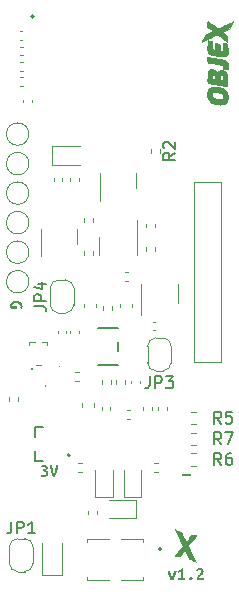
<source format=gto>
%TF.GenerationSoftware,KiCad,Pcbnew,7.0.1*%
%TF.CreationDate,2023-04-06T09:57:02+02:00*%
%TF.ProjectId,OBJEX-DoorSensor_v1.2,4f424a45-582d-4446-9f6f-7253656e736f,1.2*%
%TF.SameCoordinates,Original*%
%TF.FileFunction,Legend,Top*%
%TF.FilePolarity,Positive*%
%FSLAX46Y46*%
G04 Gerber Fmt 4.6, Leading zero omitted, Abs format (unit mm)*
G04 Created by KiCad (PCBNEW 7.0.1) date 2023-04-06 09:57:02*
%MOMM*%
%LPD*%
G01*
G04 APERTURE LIST*
%ADD10C,0.150000*%
%ADD11C,0.100000*%
%ADD12C,0.120000*%
%ADD13C,0.152400*%
%ADD14C,0.200000*%
%ADD15C,0.127000*%
%ADD16C,0.010000*%
G04 APERTURE END LIST*
D10*
%TO.C,R5*%
X153733333Y-111262619D02*
X153400000Y-110786428D01*
X153161905Y-111262619D02*
X153161905Y-110262619D01*
X153161905Y-110262619D02*
X153542857Y-110262619D01*
X153542857Y-110262619D02*
X153638095Y-110310238D01*
X153638095Y-110310238D02*
X153685714Y-110357857D01*
X153685714Y-110357857D02*
X153733333Y-110453095D01*
X153733333Y-110453095D02*
X153733333Y-110595952D01*
X153733333Y-110595952D02*
X153685714Y-110691190D01*
X153685714Y-110691190D02*
X153638095Y-110738809D01*
X153638095Y-110738809D02*
X153542857Y-110786428D01*
X153542857Y-110786428D02*
X153161905Y-110786428D01*
X154638095Y-110262619D02*
X154161905Y-110262619D01*
X154161905Y-110262619D02*
X154114286Y-110738809D01*
X154114286Y-110738809D02*
X154161905Y-110691190D01*
X154161905Y-110691190D02*
X154257143Y-110643571D01*
X154257143Y-110643571D02*
X154495238Y-110643571D01*
X154495238Y-110643571D02*
X154590476Y-110691190D01*
X154590476Y-110691190D02*
X154638095Y-110738809D01*
X154638095Y-110738809D02*
X154685714Y-110834047D01*
X154685714Y-110834047D02*
X154685714Y-111072142D01*
X154685714Y-111072142D02*
X154638095Y-111167380D01*
X154638095Y-111167380D02*
X154590476Y-111215000D01*
X154590476Y-111215000D02*
X154495238Y-111262619D01*
X154495238Y-111262619D02*
X154257143Y-111262619D01*
X154257143Y-111262619D02*
X154161905Y-111215000D01*
X154161905Y-111215000D02*
X154114286Y-111167380D01*
%TO.C,JP4*%
X137912619Y-101333333D02*
X138626904Y-101333333D01*
X138626904Y-101333333D02*
X138769761Y-101380952D01*
X138769761Y-101380952D02*
X138865000Y-101476190D01*
X138865000Y-101476190D02*
X138912619Y-101619047D01*
X138912619Y-101619047D02*
X138912619Y-101714285D01*
X138912619Y-100857142D02*
X137912619Y-100857142D01*
X137912619Y-100857142D02*
X137912619Y-100476190D01*
X137912619Y-100476190D02*
X137960238Y-100380952D01*
X137960238Y-100380952D02*
X138007857Y-100333333D01*
X138007857Y-100333333D02*
X138103095Y-100285714D01*
X138103095Y-100285714D02*
X138245952Y-100285714D01*
X138245952Y-100285714D02*
X138341190Y-100333333D01*
X138341190Y-100333333D02*
X138388809Y-100380952D01*
X138388809Y-100380952D02*
X138436428Y-100476190D01*
X138436428Y-100476190D02*
X138436428Y-100857142D01*
X138245952Y-99428571D02*
X138912619Y-99428571D01*
X137865000Y-99666666D02*
X138579285Y-99904761D01*
X138579285Y-99904761D02*
X138579285Y-99285714D01*
%TO.C,JP3*%
X147666666Y-107262619D02*
X147666666Y-107976904D01*
X147666666Y-107976904D02*
X147619047Y-108119761D01*
X147619047Y-108119761D02*
X147523809Y-108215000D01*
X147523809Y-108215000D02*
X147380952Y-108262619D01*
X147380952Y-108262619D02*
X147285714Y-108262619D01*
X148142857Y-108262619D02*
X148142857Y-107262619D01*
X148142857Y-107262619D02*
X148523809Y-107262619D01*
X148523809Y-107262619D02*
X148619047Y-107310238D01*
X148619047Y-107310238D02*
X148666666Y-107357857D01*
X148666666Y-107357857D02*
X148714285Y-107453095D01*
X148714285Y-107453095D02*
X148714285Y-107595952D01*
X148714285Y-107595952D02*
X148666666Y-107691190D01*
X148666666Y-107691190D02*
X148619047Y-107738809D01*
X148619047Y-107738809D02*
X148523809Y-107786428D01*
X148523809Y-107786428D02*
X148142857Y-107786428D01*
X149047619Y-107262619D02*
X149666666Y-107262619D01*
X149666666Y-107262619D02*
X149333333Y-107643571D01*
X149333333Y-107643571D02*
X149476190Y-107643571D01*
X149476190Y-107643571D02*
X149571428Y-107691190D01*
X149571428Y-107691190D02*
X149619047Y-107738809D01*
X149619047Y-107738809D02*
X149666666Y-107834047D01*
X149666666Y-107834047D02*
X149666666Y-108072142D01*
X149666666Y-108072142D02*
X149619047Y-108167380D01*
X149619047Y-108167380D02*
X149571428Y-108215000D01*
X149571428Y-108215000D02*
X149476190Y-108262619D01*
X149476190Y-108262619D02*
X149190476Y-108262619D01*
X149190476Y-108262619D02*
X149095238Y-108215000D01*
X149095238Y-108215000D02*
X149047619Y-108167380D01*
%TO.C,R2*%
X149832619Y-88341666D02*
X149356428Y-88674999D01*
X149832619Y-88913094D02*
X148832619Y-88913094D01*
X148832619Y-88913094D02*
X148832619Y-88532142D01*
X148832619Y-88532142D02*
X148880238Y-88436904D01*
X148880238Y-88436904D02*
X148927857Y-88389285D01*
X148927857Y-88389285D02*
X149023095Y-88341666D01*
X149023095Y-88341666D02*
X149165952Y-88341666D01*
X149165952Y-88341666D02*
X149261190Y-88389285D01*
X149261190Y-88389285D02*
X149308809Y-88436904D01*
X149308809Y-88436904D02*
X149356428Y-88532142D01*
X149356428Y-88532142D02*
X149356428Y-88913094D01*
X148927857Y-87960713D02*
X148880238Y-87913094D01*
X148880238Y-87913094D02*
X148832619Y-87817856D01*
X148832619Y-87817856D02*
X148832619Y-87579761D01*
X148832619Y-87579761D02*
X148880238Y-87484523D01*
X148880238Y-87484523D02*
X148927857Y-87436904D01*
X148927857Y-87436904D02*
X149023095Y-87389285D01*
X149023095Y-87389285D02*
X149118333Y-87389285D01*
X149118333Y-87389285D02*
X149261190Y-87436904D01*
X149261190Y-87436904D02*
X149832619Y-88008332D01*
X149832619Y-88008332D02*
X149832619Y-87389285D01*
%TO.C,JP1*%
X135966666Y-119562619D02*
X135966666Y-120276904D01*
X135966666Y-120276904D02*
X135919047Y-120419761D01*
X135919047Y-120419761D02*
X135823809Y-120515000D01*
X135823809Y-120515000D02*
X135680952Y-120562619D01*
X135680952Y-120562619D02*
X135585714Y-120562619D01*
X136442857Y-120562619D02*
X136442857Y-119562619D01*
X136442857Y-119562619D02*
X136823809Y-119562619D01*
X136823809Y-119562619D02*
X136919047Y-119610238D01*
X136919047Y-119610238D02*
X136966666Y-119657857D01*
X136966666Y-119657857D02*
X137014285Y-119753095D01*
X137014285Y-119753095D02*
X137014285Y-119895952D01*
X137014285Y-119895952D02*
X136966666Y-119991190D01*
X136966666Y-119991190D02*
X136919047Y-120038809D01*
X136919047Y-120038809D02*
X136823809Y-120086428D01*
X136823809Y-120086428D02*
X136442857Y-120086428D01*
X137966666Y-120562619D02*
X137395238Y-120562619D01*
X137680952Y-120562619D02*
X137680952Y-119562619D01*
X137680952Y-119562619D02*
X137585714Y-119705476D01*
X137585714Y-119705476D02*
X137490476Y-119800714D01*
X137490476Y-119800714D02*
X137395238Y-119848333D01*
%TO.C,R6*%
X153733333Y-114762619D02*
X153400000Y-114286428D01*
X153161905Y-114762619D02*
X153161905Y-113762619D01*
X153161905Y-113762619D02*
X153542857Y-113762619D01*
X153542857Y-113762619D02*
X153638095Y-113810238D01*
X153638095Y-113810238D02*
X153685714Y-113857857D01*
X153685714Y-113857857D02*
X153733333Y-113953095D01*
X153733333Y-113953095D02*
X153733333Y-114095952D01*
X153733333Y-114095952D02*
X153685714Y-114191190D01*
X153685714Y-114191190D02*
X153638095Y-114238809D01*
X153638095Y-114238809D02*
X153542857Y-114286428D01*
X153542857Y-114286428D02*
X153161905Y-114286428D01*
X154590476Y-113762619D02*
X154400000Y-113762619D01*
X154400000Y-113762619D02*
X154304762Y-113810238D01*
X154304762Y-113810238D02*
X154257143Y-113857857D01*
X154257143Y-113857857D02*
X154161905Y-114000714D01*
X154161905Y-114000714D02*
X154114286Y-114191190D01*
X154114286Y-114191190D02*
X154114286Y-114572142D01*
X154114286Y-114572142D02*
X154161905Y-114667380D01*
X154161905Y-114667380D02*
X154209524Y-114715000D01*
X154209524Y-114715000D02*
X154304762Y-114762619D01*
X154304762Y-114762619D02*
X154495238Y-114762619D01*
X154495238Y-114762619D02*
X154590476Y-114715000D01*
X154590476Y-114715000D02*
X154638095Y-114667380D01*
X154638095Y-114667380D02*
X154685714Y-114572142D01*
X154685714Y-114572142D02*
X154685714Y-114334047D01*
X154685714Y-114334047D02*
X154638095Y-114238809D01*
X154638095Y-114238809D02*
X154590476Y-114191190D01*
X154590476Y-114191190D02*
X154495238Y-114143571D01*
X154495238Y-114143571D02*
X154304762Y-114143571D01*
X154304762Y-114143571D02*
X154209524Y-114191190D01*
X154209524Y-114191190D02*
X154161905Y-114238809D01*
X154161905Y-114238809D02*
X154114286Y-114334047D01*
%TO.C,R7*%
X153733333Y-113012619D02*
X153400000Y-112536428D01*
X153161905Y-113012619D02*
X153161905Y-112012619D01*
X153161905Y-112012619D02*
X153542857Y-112012619D01*
X153542857Y-112012619D02*
X153638095Y-112060238D01*
X153638095Y-112060238D02*
X153685714Y-112107857D01*
X153685714Y-112107857D02*
X153733333Y-112203095D01*
X153733333Y-112203095D02*
X153733333Y-112345952D01*
X153733333Y-112345952D02*
X153685714Y-112441190D01*
X153685714Y-112441190D02*
X153638095Y-112488809D01*
X153638095Y-112488809D02*
X153542857Y-112536428D01*
X153542857Y-112536428D02*
X153161905Y-112536428D01*
X154066667Y-112012619D02*
X154733333Y-112012619D01*
X154733333Y-112012619D02*
X154304762Y-113012619D01*
D11*
%TO.C,Q6*%
X137500000Y-104325000D02*
X137500000Y-104625000D01*
X137650000Y-106625000D02*
X137650000Y-106625000D01*
X137750000Y-106625000D02*
X137750000Y-106625000D01*
X137950000Y-104325000D02*
X137500000Y-104325000D01*
X138050000Y-106325000D02*
X138450000Y-106325000D01*
X138550000Y-104325000D02*
X139000000Y-104325000D01*
X139000000Y-104325000D02*
X139000000Y-104625000D01*
X137750000Y-106625000D02*
G75*
G03*
X137650000Y-106625000I-50000J0D01*
G01*
X137650000Y-106625000D02*
G75*
G03*
X137750000Y-106625000I50000J0D01*
G01*
D12*
%TO.C,R5*%
X151162742Y-110277500D02*
X151637258Y-110277500D01*
X151162742Y-111322500D02*
X151637258Y-111322500D01*
%TO.C,R15*%
X148130000Y-96346359D02*
X148130000Y-96653641D01*
X147370000Y-96346359D02*
X147370000Y-96653641D01*
%TO.C,R1*%
X136666359Y-81920000D02*
X136973641Y-81920000D01*
X136666359Y-82680000D02*
X136973641Y-82680000D01*
D11*
%TO.C,Q3*%
X138825000Y-108070000D02*
X138825000Y-108070000D01*
X138825000Y-107970000D02*
X138825000Y-107970000D01*
X138825000Y-107970000D02*
G75*
G03*
X138825000Y-108070000I0J-50000D01*
G01*
X138825000Y-108070000D02*
G75*
G03*
X138825000Y-107970000I0J50000D01*
G01*
D12*
%TO.C,D5*%
X138550000Y-124060000D02*
X140250000Y-124060000D01*
X138550000Y-124060000D02*
X138550000Y-121400000D01*
X140250000Y-124060000D02*
X140250000Y-121400000D01*
%TO.C,Q4*%
X143440000Y-90700000D02*
X143440000Y-92375000D01*
X143440000Y-90700000D02*
X143440000Y-90050000D01*
X146560000Y-90700000D02*
X146560000Y-91350000D01*
X146560000Y-90700000D02*
X146560000Y-90050000D01*
%TO.C,D2*%
X143065000Y-117485000D02*
X144535000Y-117485000D01*
X144535000Y-117485000D02*
X144535000Y-115200000D01*
X143065000Y-115200000D02*
X143065000Y-117485000D01*
%TO.C,R13*%
X144380000Y-107606359D02*
X144380000Y-107913641D01*
X143620000Y-107606359D02*
X143620000Y-107913641D01*
%TO.C,C12*%
X143640000Y-110107836D02*
X143640000Y-109892164D01*
X144360000Y-110107836D02*
X144360000Y-109892164D01*
%TO.C,TP5*%
X137450000Y-91750000D02*
G75*
G03*
X137450000Y-91750000I-950000J0D01*
G01*
D13*
%TO.C,U2*%
X143279400Y-106324800D02*
X145006600Y-106324800D01*
X145006600Y-103175200D02*
X143279400Y-103175200D01*
X145006600Y-105105600D02*
X145006600Y-104394400D01*
D12*
%TO.C,Q5*%
X138440000Y-95400000D02*
X138440000Y-97075000D01*
X138440000Y-95400000D02*
X138440000Y-94750000D01*
X141560000Y-95400000D02*
X141560000Y-96050000D01*
X141560000Y-95400000D02*
X141560000Y-94750000D01*
%TO.C,C15*%
X147924027Y-102651410D02*
X148139699Y-102651410D01*
X147924027Y-103371410D02*
X148139699Y-103371410D01*
%TO.C,JP4*%
X140550000Y-101900000D02*
X139950000Y-101900000D01*
X139250000Y-101200000D02*
X139250000Y-99800000D01*
X141250000Y-99800000D02*
X141250000Y-101200000D01*
X139950000Y-99100000D02*
X140550000Y-99100000D01*
X139250000Y-101200000D02*
G75*
G03*
X139950000Y-101900000I699999J-1D01*
G01*
X140550000Y-101900000D02*
G75*
G03*
X141250000Y-101200000I1J699999D01*
G01*
X139950000Y-99100000D02*
G75*
G03*
X139250000Y-99800000I0J-700000D01*
G01*
X141250000Y-99800000D02*
G75*
G03*
X140550000Y-99100000I-700000J0D01*
G01*
%TO.C,C14*%
X145837836Y-99160000D02*
X145622164Y-99160000D01*
X145837836Y-98440000D02*
X145622164Y-98440000D01*
%TO.C,C3*%
X141660000Y-90467164D02*
X141660000Y-90682836D01*
X140940000Y-90467164D02*
X140940000Y-90682836D01*
%TO.C,JP3*%
X148800000Y-106800000D02*
X148200000Y-106800000D01*
X147500000Y-106100000D02*
X147500000Y-104700000D01*
X149500000Y-104700000D02*
X149500000Y-106100000D01*
X148200000Y-104000000D02*
X148800000Y-104000000D01*
X147500000Y-106100000D02*
G75*
G03*
X148200000Y-106800000I699999J-1D01*
G01*
X148800000Y-106800000D02*
G75*
G03*
X149500000Y-106100000I1J699999D01*
G01*
X148200000Y-104000000D02*
G75*
G03*
X147500000Y-104700000I0J-700000D01*
G01*
X149500000Y-104700000D02*
G75*
G03*
X148800000Y-104000000I-700000J0D01*
G01*
%TO.C,R20*%
X141953641Y-115380000D02*
X141646359Y-115380000D01*
X141953641Y-114620000D02*
X141646359Y-114620000D01*
%TO.C,R4*%
X143763000Y-101653641D02*
X143763000Y-101346359D01*
X144523000Y-101653641D02*
X144523000Y-101346359D01*
%TO.C,G\u002A\u002A\u002A*%
G36*
X149792670Y-120131781D02*
G01*
X149815794Y-120147559D01*
X149832866Y-120160716D01*
X149881051Y-120196802D01*
X149940095Y-120237384D01*
X150003232Y-120278147D01*
X150063696Y-120314776D01*
X150114718Y-120342959D01*
X150131805Y-120351286D01*
X150169847Y-120367036D01*
X150222350Y-120386617D01*
X150280797Y-120406914D01*
X150311862Y-120417086D01*
X150431900Y-120455425D01*
X150620436Y-120825526D01*
X150664995Y-120912709D01*
X150706408Y-120993189D01*
X150743349Y-121064430D01*
X150774493Y-121123900D01*
X150798516Y-121169066D01*
X150814091Y-121197395D01*
X150819601Y-121206255D01*
X150829131Y-121199713D01*
X150850498Y-121175167D01*
X150882209Y-121134581D01*
X150922772Y-121079917D01*
X150970695Y-121013140D01*
X151021188Y-120940981D01*
X151212146Y-120665079D01*
X151759952Y-120663705D01*
X151736387Y-120696716D01*
X151724440Y-120712743D01*
X151699413Y-120745774D01*
X151662857Y-120793779D01*
X151616322Y-120854727D01*
X151561361Y-120926589D01*
X151499525Y-121007334D01*
X151432364Y-121094934D01*
X151364854Y-121182898D01*
X151016887Y-121636071D01*
X151357831Y-122358030D01*
X151415881Y-122481111D01*
X151470713Y-122597679D01*
X151521494Y-122705943D01*
X151567390Y-122804110D01*
X151607568Y-122890389D01*
X151641195Y-122962988D01*
X151667437Y-123020116D01*
X151685461Y-123059980D01*
X151694433Y-123080790D01*
X151695284Y-123083481D01*
X151684607Y-123078633D01*
X151658710Y-123062755D01*
X151622008Y-123038630D01*
X151596014Y-123020924D01*
X151466558Y-122941199D01*
X151322007Y-122869047D01*
X151171054Y-122808792D01*
X151165445Y-122806842D01*
X151115229Y-122788893D01*
X151073497Y-122772878D01*
X151045510Y-122760879D01*
X151036838Y-122755911D01*
X151029433Y-122743047D01*
X151013015Y-122711138D01*
X150988881Y-122662820D01*
X150958332Y-122600728D01*
X150922668Y-122527497D01*
X150883187Y-122445762D01*
X150857415Y-122392082D01*
X150816229Y-122306395D01*
X150778066Y-122227570D01*
X150744227Y-122158242D01*
X150716007Y-122101050D01*
X150694706Y-122058631D01*
X150681621Y-122033620D01*
X150678208Y-122028017D01*
X150669020Y-122034704D01*
X150647976Y-122058671D01*
X150616952Y-122097506D01*
X150577822Y-122148796D01*
X150532462Y-122210130D01*
X150482748Y-122279095D01*
X150479899Y-122283098D01*
X150291260Y-122548299D01*
X150021473Y-122548299D01*
X149932711Y-122547811D01*
X149859788Y-122546404D01*
X149804672Y-122544162D01*
X149769331Y-122541170D01*
X149755735Y-122537510D01*
X149755687Y-122536924D01*
X149763610Y-122525427D01*
X149784798Y-122496822D01*
X149817818Y-122452987D01*
X149861243Y-122395800D01*
X149913641Y-122327137D01*
X149973582Y-122248877D01*
X150039638Y-122162897D01*
X150110376Y-122071075D01*
X150117743Y-122061528D01*
X150475797Y-121597507D01*
X150451586Y-121541735D01*
X150442162Y-121521152D01*
X150423309Y-121480967D01*
X150395999Y-121423219D01*
X150361200Y-121349944D01*
X150319884Y-121263179D01*
X150273020Y-121164963D01*
X150221579Y-121057332D01*
X150166531Y-120942324D01*
X150108847Y-120821977D01*
X150102513Y-120808772D01*
X150045540Y-120689809D01*
X149991878Y-120577370D01*
X149942395Y-120473300D01*
X149897959Y-120379443D01*
X149859438Y-120297644D01*
X149827701Y-120229748D01*
X149803615Y-120177600D01*
X149788049Y-120143043D01*
X149781871Y-120127924D01*
X149781829Y-120127402D01*
X149792670Y-120131781D01*
G37*
%TO.C,U8*%
X146940000Y-100250000D02*
X146940000Y-102050000D01*
X146940000Y-100250000D02*
X146940000Y-99450000D01*
X150060000Y-100250000D02*
X150060000Y-101050000D01*
X150060000Y-100250000D02*
X150060000Y-99450000D01*
%TO.C,Y1*%
X139400000Y-87775000D02*
X139400000Y-89375000D01*
X139400000Y-89375000D02*
X141800000Y-89375000D01*
X141800000Y-87775000D02*
X139400000Y-87775000D01*
%TO.C,C8*%
X141909175Y-109838487D02*
X141909175Y-109557327D01*
X142929175Y-109838487D02*
X142929175Y-109557327D01*
%TO.C,kibuzzard-64258E65*%
G36*
X136518070Y-100861466D02*
G01*
X136621456Y-100886469D01*
X136709761Y-100925759D01*
X136782588Y-100976956D01*
X136839539Y-101039266D01*
X136880219Y-101111894D01*
X136904627Y-101192459D01*
X136912763Y-101278581D01*
X136904031Y-101380975D01*
X136884188Y-101459556D01*
X136860375Y-101514325D01*
X136841325Y-101546869D01*
X136685750Y-101496069D01*
X136725438Y-101410344D01*
X136742900Y-101305569D01*
X136717500Y-101188094D01*
X136646856Y-101109512D01*
X136538906Y-101065062D01*
X136472827Y-101054942D01*
X136400000Y-101051569D01*
X136292844Y-101057742D01*
X136206325Y-101076263D01*
X136140444Y-101107131D01*
X136077936Y-101175791D01*
X136057100Y-101270644D01*
X136058688Y-101308744D01*
X136063450Y-101346844D01*
X136422225Y-101346844D01*
X136422225Y-101542106D01*
X135931688Y-101542106D01*
X135903113Y-101433362D01*
X135891206Y-101351805D01*
X135887238Y-101254769D01*
X135895373Y-101167258D01*
X135919781Y-101088875D01*
X135960263Y-101020414D01*
X136016619Y-100962669D01*
X136088850Y-100916234D01*
X136176956Y-100881706D01*
X136280739Y-100860275D01*
X136400000Y-100853131D01*
X136518070Y-100861466D01*
G37*
%TO.C,C6*%
X142133000Y-101390580D02*
X142133000Y-101109420D01*
X143153000Y-101390580D02*
X143153000Y-101109420D01*
%TO.C,R10*%
X146037062Y-110858933D02*
X145729780Y-110858933D01*
X146037062Y-110098933D02*
X145729780Y-110098933D01*
%TO.C,kibuzzard-642BF0F2*%
G36*
X151265938Y-124265113D02*
G01*
X151308800Y-124368300D01*
X151265938Y-124474662D01*
X151167513Y-124511175D01*
X151113537Y-124501650D01*
X151068294Y-124473869D01*
X151036544Y-124429419D01*
X151024638Y-124368300D01*
X151036544Y-124308769D01*
X151068294Y-124265113D01*
X151113537Y-124238125D01*
X151167513Y-124228600D01*
X151265938Y-124265113D01*
G37*
G36*
X150508700Y-124331787D02*
G01*
X150703962Y-124331787D01*
X150703962Y-124493712D01*
X150107063Y-124493712D01*
X150107063Y-124331787D01*
X150313438Y-124331787D01*
X150313438Y-123782512D01*
X150211837Y-123838869D01*
X150115000Y-123877762D01*
X150051500Y-123715837D01*
X150134050Y-123679325D01*
X150222950Y-123630112D01*
X150307087Y-123572962D01*
X150375350Y-123511050D01*
X150508700Y-123511050D01*
X150508700Y-124331787D01*
G37*
G36*
X149424239Y-123809897D02*
G01*
X149442694Y-123876175D01*
X149463133Y-123944636D01*
X149484762Y-124013494D01*
X149507186Y-124081558D01*
X149530006Y-124147637D01*
X149573662Y-124266700D01*
X149619700Y-124147637D01*
X149644902Y-124081558D01*
X149669706Y-124013494D01*
X149693916Y-123944636D01*
X149717331Y-123876175D01*
X149738167Y-123809897D01*
X149754637Y-123747587D01*
X149953075Y-123747587D01*
X149918845Y-123858068D01*
X149882828Y-123964083D01*
X149845026Y-124065633D01*
X149805437Y-124162719D01*
X149752521Y-124283810D01*
X149701721Y-124394141D01*
X149653037Y-124493712D01*
X149489525Y-124493712D01*
X149441635Y-124394141D01*
X149393217Y-124283810D01*
X149344269Y-124162719D01*
X149307806Y-124065633D01*
X149272236Y-123964083D01*
X149237559Y-123858068D01*
X149203775Y-123747587D01*
X149408562Y-123747587D01*
X149424239Y-123809897D01*
G37*
G36*
X152059688Y-123506287D02*
G01*
X152158113Y-123558675D01*
X152226375Y-123646781D01*
X152251775Y-123769812D01*
X152232725Y-123867444D01*
X152181925Y-123958725D01*
X152110488Y-124044450D01*
X152029525Y-124123825D01*
X151981900Y-124169069D01*
X151931100Y-124223044D01*
X151890619Y-124279400D01*
X151873950Y-124331787D01*
X152296225Y-124331787D01*
X152296225Y-124493712D01*
X151654875Y-124493712D01*
X151650906Y-124454025D01*
X151651700Y-124420688D01*
X151659042Y-124344487D01*
X151681069Y-124274637D01*
X151714406Y-124210542D01*
X151755681Y-124151606D01*
X151802512Y-124097234D01*
X151852519Y-124046831D01*
X151902525Y-123999405D01*
X151949356Y-123953962D01*
X152023969Y-123868237D01*
X152053337Y-123784100D01*
X152016825Y-123691231D01*
X151924750Y-123658687D01*
X151827913Y-123680912D01*
X151727900Y-123755525D01*
X151631062Y-123619000D01*
X151699523Y-123561056D01*
X151777906Y-123520575D01*
X151861052Y-123496762D01*
X151943800Y-123488825D01*
X152059688Y-123506287D01*
G37*
%TO.C,U6*%
X143390000Y-95500000D02*
X143390000Y-97000000D01*
X146610000Y-94000000D02*
X146610000Y-97000000D01*
%TO.C,D3*%
X146485000Y-119222500D02*
X146485000Y-117752500D01*
X146485000Y-117752500D02*
X144200000Y-117752500D01*
X144200000Y-119222500D02*
X146485000Y-119222500D01*
%TO.C,TP6*%
X137450000Y-94250000D02*
G75*
G03*
X137450000Y-94250000I-950000J0D01*
G01*
%TO.C,TP8*%
X137450000Y-99250000D02*
G75*
G03*
X137450000Y-99250000I-950000J0D01*
G01*
D14*
%TO.C,U7*%
X137850000Y-76800000D02*
G75*
G03*
X137850000Y-76800000I-100000J0D01*
G01*
D12*
%TO.C,TP7*%
X137450000Y-96750000D02*
G75*
G03*
X137450000Y-96750000I-950000J0D01*
G01*
%TO.C,R8*%
X147120000Y-110153641D02*
X147120000Y-109846359D01*
X147880000Y-110153641D02*
X147880000Y-109846359D01*
D11*
%TO.C,Q2*%
X140110000Y-106400001D02*
G75*
G03*
X140110000Y-106400001I-50000J0D01*
G01*
D12*
%TO.C,R14*%
X145630000Y-107606359D02*
X145630000Y-107913641D01*
X144870000Y-107606359D02*
X144870000Y-107913641D01*
%TO.C,R16*%
X142120000Y-94153641D02*
X142120000Y-93846359D01*
X142880000Y-94153641D02*
X142880000Y-93846359D01*
%TO.C,C4*%
X136927836Y-80060000D02*
X136712164Y-80060000D01*
X136927836Y-79340000D02*
X136712164Y-79340000D01*
D11*
%TO.C,S2*%
X142400000Y-121025000D02*
X144250000Y-121025000D01*
X142400000Y-121275000D02*
X142400000Y-121025000D01*
X142400000Y-124275000D02*
X142400000Y-124525000D01*
X142400000Y-124525000D02*
X144250000Y-124525000D01*
X145250000Y-121025000D02*
X147100000Y-121025000D01*
X145250000Y-124525000D02*
X147100000Y-124525000D01*
X147100000Y-121025000D02*
X147100000Y-121275000D01*
X147100000Y-124525000D02*
X147100000Y-124275000D01*
D14*
X148550000Y-121775000D02*
X148550000Y-121775000D01*
X148550000Y-121975000D02*
X148550000Y-121975000D01*
X148550000Y-121975000D02*
G75*
G03*
X148550000Y-121775000I0J100000D01*
G01*
X148550000Y-121775000D02*
G75*
G03*
X148550000Y-121975000I0J-100000D01*
G01*
%TO.C,kibuzzard-64258E23*%
G36*
X139415900Y-114841814D02*
G01*
X139432569Y-114936469D01*
X139452611Y-115038862D01*
X139474638Y-115144431D01*
X139498450Y-115250794D01*
X139523850Y-115355569D01*
X139549845Y-115454192D01*
X139575444Y-115542100D01*
X139600844Y-115455383D01*
X139626244Y-115357156D01*
X139650850Y-115252381D01*
X139673869Y-115146019D01*
X139695300Y-115040252D01*
X139715144Y-114937262D01*
X139732606Y-114842012D01*
X139746894Y-114759462D01*
X139951681Y-114759462D01*
X139930448Y-114860269D01*
X139904850Y-114972187D01*
X139875084Y-115092639D01*
X139841350Y-115219044D01*
X139816744Y-115305827D01*
X139790550Y-115393669D01*
X139762769Y-115482569D01*
X139733841Y-115571028D01*
X139704208Y-115657547D01*
X139673869Y-115742125D01*
X139472256Y-115742125D01*
X139432966Y-115625444D01*
X139391294Y-115494475D01*
X139363248Y-115402488D01*
X139336260Y-115310678D01*
X139310331Y-115219044D01*
X139285813Y-115129174D01*
X139263059Y-115042655D01*
X139242069Y-114959487D01*
X139215875Y-114848362D01*
X139197619Y-114759462D01*
X139403994Y-114759462D01*
X139415900Y-114841814D01*
G37*
G36*
X138816023Y-114742397D02*
G01*
X138882500Y-114757875D01*
X138983306Y-114815819D01*
X139042044Y-114903925D01*
X139061094Y-115013462D01*
X139027756Y-115126175D01*
X138938856Y-115208725D01*
X139006523Y-115248016D01*
X139057125Y-115302387D01*
X139088677Y-115370253D01*
X139099194Y-115450025D01*
X139076969Y-115575437D01*
X139008706Y-115674656D01*
X138956319Y-115711962D01*
X138891231Y-115739744D01*
X138813047Y-115757008D01*
X138721369Y-115762762D01*
X138644375Y-115757206D01*
X138566587Y-115743712D01*
X138497531Y-115726250D01*
X138448319Y-115708787D01*
X138486419Y-115545275D01*
X138580875Y-115578612D01*
X138644573Y-115591709D01*
X138719781Y-115596075D01*
X138804911Y-115585359D01*
X138860275Y-115553212D01*
X138900756Y-115446850D01*
X138885278Y-115380770D01*
X138838844Y-115338106D01*
X138768597Y-115314889D01*
X138681681Y-115307150D01*
X138621356Y-115307150D01*
X138621356Y-115145225D01*
X138694381Y-115145225D01*
X138754706Y-115138875D01*
X138808681Y-115118237D01*
X138847575Y-115080137D01*
X138862656Y-115019812D01*
X138830112Y-114934881D01*
X138740419Y-114903925D01*
X138630088Y-114922181D01*
X138535631Y-114967425D01*
X138465781Y-114824550D01*
X138579287Y-114766606D01*
X138654495Y-114744580D01*
X138738831Y-114737237D01*
X138816023Y-114742397D01*
G37*
D12*
%TO.C,C9*%
X139890000Y-103607836D02*
X139890000Y-103392164D01*
X140610000Y-103607836D02*
X140610000Y-103392164D01*
%TO.C,TP4*%
X137450000Y-89250000D02*
G75*
G03*
X137450000Y-89250000I-950000J0D01*
G01*
%TO.C,R17*%
X142120000Y-96953641D02*
X142120000Y-96646359D01*
X142880000Y-96953641D02*
X142880000Y-96646359D01*
%TO.C,D1*%
X145465000Y-117447500D02*
X146935000Y-117447500D01*
X146935000Y-117447500D02*
X146935000Y-115162500D01*
X145465000Y-115162500D02*
X145465000Y-117447500D01*
D11*
%TO.C,S1*%
X151460000Y-106020000D02*
X151460000Y-90780000D01*
X153740000Y-106020000D02*
X151460000Y-106020000D01*
X151460000Y-90780000D02*
X153740000Y-90780000D01*
X153740000Y-90780000D02*
X153740000Y-106020000D01*
D12*
%TO.C,R2*%
X148580000Y-88021359D02*
X148580000Y-88328641D01*
X147820000Y-88021359D02*
X147820000Y-88328641D01*
%TO.C,C10*%
X140940000Y-103607836D02*
X140940000Y-103392164D01*
X141660000Y-103607836D02*
X141660000Y-103392164D01*
%TO.C,R12*%
X136538584Y-109033198D02*
X136538584Y-109340480D01*
X135778584Y-109033198D02*
X135778584Y-109340480D01*
%TO.C,R21*%
X142420000Y-118953641D02*
X142420000Y-118646359D01*
X143180000Y-118953641D02*
X143180000Y-118646359D01*
%TO.C,C5*%
X136907836Y-78760000D02*
X136692164Y-78760000D01*
X136907836Y-78040000D02*
X136692164Y-78040000D01*
%TO.C,R3*%
X148046359Y-114620000D02*
X148353641Y-114620000D01*
X148046359Y-115380000D02*
X148353641Y-115380000D01*
D15*
%TO.C,Q1*%
X138620000Y-111540000D02*
X137935000Y-111540000D01*
X137935000Y-114460000D02*
X138620000Y-114460000D01*
X137935000Y-113615000D02*
X137935000Y-114460000D01*
X137935000Y-111540000D02*
X137935000Y-112385000D01*
D14*
X140931000Y-113950000D02*
G75*
G03*
X140931000Y-113950000I-100000J0D01*
G01*
D12*
%TO.C,R9*%
X149130000Y-109846359D02*
X149130000Y-110153641D01*
X148370000Y-109846359D02*
X148370000Y-110153641D01*
%TO.C,JP1*%
X136500000Y-121000000D02*
X137100000Y-121000000D01*
X137800000Y-121700000D02*
X137800000Y-123100000D01*
X135800000Y-123100000D02*
X135800000Y-121700000D01*
X137100000Y-123800000D02*
X136500000Y-123800000D01*
X137800000Y-121700000D02*
G75*
G03*
X137100000Y-121000000I-699999J1D01*
G01*
X136500000Y-121000000D02*
G75*
G03*
X135800000Y-121700000I-1J-699999D01*
G01*
X137100000Y-123800000D02*
G75*
G03*
X137800000Y-123100000I0J700000D01*
G01*
X135800000Y-123100000D02*
G75*
G03*
X136500000Y-123800000I700000J0D01*
G01*
%TO.C,C1*%
X137691838Y-83831537D02*
X137691838Y-84047209D01*
X136971838Y-83831537D02*
X136971838Y-84047209D01*
%TO.C,kibuzzard-64258E17*%
G36*
X151184175Y-115684931D02*
G01*
X150415825Y-115684931D01*
X150415825Y-115515069D01*
X151184175Y-115515069D01*
X151184175Y-115684931D01*
G37*
%TO.C,R6*%
X151162742Y-113777500D02*
X151637258Y-113777500D01*
X151162742Y-114822500D02*
X151637258Y-114822500D01*
%TO.C,R11*%
X141653641Y-107620000D02*
X141346359Y-107620000D01*
X141653641Y-106860000D02*
X141346359Y-106860000D01*
%TO.C,TP3*%
X137450000Y-86750000D02*
G75*
G03*
X137450000Y-86750000I-950000J0D01*
G01*
%TO.C,R18*%
X147370000Y-94653641D02*
X147370000Y-94346359D01*
X148130000Y-94653641D02*
X148130000Y-94346359D01*
%TO.C,C11*%
X146860000Y-107632164D02*
X146860000Y-107847836D01*
X146140000Y-107632164D02*
X146140000Y-107847836D01*
%TO.C,C7*%
X146153000Y-101109420D02*
X146153000Y-101390580D01*
X145133000Y-101109420D02*
X145133000Y-101390580D01*
%TO.C,R19*%
X136973641Y-81380000D02*
X136666359Y-81380000D01*
X136973641Y-80620000D02*
X136666359Y-80620000D01*
%TO.C,R7*%
X151162742Y-112027500D02*
X151637258Y-112027500D01*
X151162742Y-113072500D02*
X151637258Y-113072500D01*
%TO.C,C2*%
X140260000Y-90472164D02*
X140260000Y-90687836D01*
X139540000Y-90472164D02*
X139540000Y-90687836D01*
%TO.C,G\u002A\u002A\u002A*%
D16*
X153236475Y-80338071D02*
X153365685Y-80358639D01*
X153489252Y-80378667D01*
X153604528Y-80397701D01*
X153708863Y-80415286D01*
X153799610Y-80430970D01*
X153874121Y-80444299D01*
X153929748Y-80454819D01*
X153963843Y-80462077D01*
X153970178Y-80463756D01*
X154065197Y-80503676D01*
X154149318Y-80561524D01*
X154218446Y-80633518D01*
X154268492Y-80715874D01*
X154282931Y-80752936D01*
X154290081Y-80785936D01*
X154296575Y-80836180D01*
X154302202Y-80898618D01*
X154306753Y-80968196D01*
X154310018Y-81039864D01*
X154311786Y-81108570D01*
X154311849Y-81169262D01*
X154309997Y-81216888D01*
X154306018Y-81246396D01*
X154303671Y-81252160D01*
X154297456Y-81255756D01*
X154283734Y-81257080D01*
X154260080Y-81255798D01*
X154224067Y-81251576D01*
X154173267Y-81244079D01*
X154105253Y-81232973D01*
X154017598Y-81217924D01*
X153907875Y-81198597D01*
X153883836Y-81194326D01*
X153882456Y-81182300D01*
X153881779Y-81150721D01*
X153881892Y-81105428D01*
X153882183Y-81084468D01*
X153880510Y-81015226D01*
X153871054Y-80965327D01*
X153851290Y-80929265D01*
X153818692Y-80901531D01*
X153791280Y-80886279D01*
X153772637Y-80881124D01*
X153731995Y-80872573D01*
X153672454Y-80861141D01*
X153597111Y-80847348D01*
X153509066Y-80831708D01*
X153411417Y-80814739D01*
X153307262Y-80796959D01*
X153199700Y-80778884D01*
X153091830Y-80761031D01*
X152986749Y-80743917D01*
X152887557Y-80728060D01*
X152797352Y-80713975D01*
X152719232Y-80702181D01*
X152656296Y-80693194D01*
X152611642Y-80687531D01*
X152589138Y-80685700D01*
X152583051Y-80680026D01*
X152578589Y-80661160D01*
X152575553Y-80626342D01*
X152573745Y-80572809D01*
X152572967Y-80497800D01*
X152572900Y-80459549D01*
X152572900Y-80233398D01*
X153236475Y-80338071D01*
G36*
X153236475Y-80338071D02*
G01*
X153365685Y-80358639D01*
X153489252Y-80378667D01*
X153604528Y-80397701D01*
X153708863Y-80415286D01*
X153799610Y-80430970D01*
X153874121Y-80444299D01*
X153929748Y-80454819D01*
X153963843Y-80462077D01*
X153970178Y-80463756D01*
X154065197Y-80503676D01*
X154149318Y-80561524D01*
X154218446Y-80633518D01*
X154268492Y-80715874D01*
X154282931Y-80752936D01*
X154290081Y-80785936D01*
X154296575Y-80836180D01*
X154302202Y-80898618D01*
X154306753Y-80968196D01*
X154310018Y-81039864D01*
X154311786Y-81108570D01*
X154311849Y-81169262D01*
X154309997Y-81216888D01*
X154306018Y-81246396D01*
X154303671Y-81252160D01*
X154297456Y-81255756D01*
X154283734Y-81257080D01*
X154260080Y-81255798D01*
X154224067Y-81251576D01*
X154173267Y-81244079D01*
X154105253Y-81232973D01*
X154017598Y-81217924D01*
X153907875Y-81198597D01*
X153883836Y-81194326D01*
X153882456Y-81182300D01*
X153881779Y-81150721D01*
X153881892Y-81105428D01*
X153882183Y-81084468D01*
X153880510Y-81015226D01*
X153871054Y-80965327D01*
X153851290Y-80929265D01*
X153818692Y-80901531D01*
X153791280Y-80886279D01*
X153772637Y-80881124D01*
X153731995Y-80872573D01*
X153672454Y-80861141D01*
X153597111Y-80847348D01*
X153509066Y-80831708D01*
X153411417Y-80814739D01*
X153307262Y-80796959D01*
X153199700Y-80778884D01*
X153091830Y-80761031D01*
X152986749Y-80743917D01*
X152887557Y-80728060D01*
X152797352Y-80713975D01*
X152719232Y-80702181D01*
X152656296Y-80693194D01*
X152611642Y-80687531D01*
X152589138Y-80685700D01*
X152583051Y-80680026D01*
X152578589Y-80661160D01*
X152575553Y-80626342D01*
X152573745Y-80572809D01*
X152572967Y-80497800D01*
X152572900Y-80459549D01*
X152572900Y-80233398D01*
X153236475Y-80338071D01*
G37*
X153499045Y-84239030D02*
X153334051Y-84217946D01*
X153179421Y-84184104D01*
X153038109Y-84138387D01*
X152913068Y-84081678D01*
X152807252Y-84014863D01*
X152756838Y-83972749D01*
X152688703Y-83898228D01*
X152636270Y-83815073D01*
X152598446Y-83720122D01*
X152574142Y-83610209D01*
X152562266Y-83482171D01*
X152560638Y-83403500D01*
X152561854Y-83371656D01*
X152945137Y-83371656D01*
X152945238Y-83441581D01*
X152960107Y-83512328D01*
X152989738Y-83578941D01*
X153033912Y-83636247D01*
X153075398Y-83670490D01*
X153127517Y-83699830D01*
X153194029Y-83725753D01*
X153278695Y-83749745D01*
X153376097Y-83771438D01*
X153504934Y-83794121D01*
X153612441Y-83805260D01*
X153699924Y-83804828D01*
X153768692Y-83792798D01*
X153820053Y-83769143D01*
X153829474Y-83762110D01*
X153860141Y-83722654D01*
X153881185Y-83665882D01*
X153891453Y-83598427D01*
X153889791Y-83526917D01*
X153879682Y-83473350D01*
X153857361Y-83417144D01*
X153821965Y-83369159D01*
X153770950Y-83327685D01*
X153701772Y-83291012D01*
X153611885Y-83257428D01*
X153518047Y-83230231D01*
X153440601Y-83213540D01*
X153356510Y-83201686D01*
X153271225Y-83194826D01*
X153190194Y-83193115D01*
X153118867Y-83196708D01*
X153062694Y-83205762D01*
X153033489Y-83216390D01*
X152989257Y-83254104D01*
X152959808Y-83307512D01*
X152945137Y-83371656D01*
X152561854Y-83371656D01*
X152566188Y-83258127D01*
X152583284Y-83134347D01*
X152612601Y-83030801D01*
X152654815Y-82946125D01*
X152710600Y-82878958D01*
X152780631Y-82827938D01*
X152863686Y-82792308D01*
X152925135Y-82777957D01*
X153005426Y-82767074D01*
X153098200Y-82759953D01*
X153197099Y-82756890D01*
X153295764Y-82758181D01*
X153387835Y-82764120D01*
X153412819Y-82766805D01*
X153563843Y-82790731D01*
X153705505Y-82824853D01*
X153834502Y-82867937D01*
X153947529Y-82918749D01*
X154041281Y-82976057D01*
X154096306Y-83021923D01*
X154157330Y-83095962D01*
X154210124Y-83189531D01*
X154251788Y-83297322D01*
X154257802Y-83317543D01*
X154264089Y-83351356D01*
X154269975Y-83403967D01*
X154275207Y-83469682D01*
X154279533Y-83542807D01*
X154282699Y-83617647D01*
X154284453Y-83688509D01*
X154284541Y-83749700D01*
X154282710Y-83795524D01*
X154279958Y-83816250D01*
X154258244Y-83900846D01*
X154237549Y-83965837D01*
X154215378Y-84016774D01*
X154189233Y-84059210D01*
X154156617Y-84098694D01*
X154149528Y-84106273D01*
X154092436Y-84156144D01*
X154025686Y-84194068D01*
X153946031Y-84220997D01*
X153850225Y-84237884D01*
X153735023Y-84245679D01*
X153671450Y-84246470D01*
X153612441Y-84243924D01*
X153499045Y-84239030D01*
G36*
X153499045Y-84239030D02*
G01*
X153334051Y-84217946D01*
X153179421Y-84184104D01*
X153038109Y-84138387D01*
X152913068Y-84081678D01*
X152807252Y-84014863D01*
X152756838Y-83972749D01*
X152688703Y-83898228D01*
X152636270Y-83815073D01*
X152598446Y-83720122D01*
X152574142Y-83610209D01*
X152562266Y-83482171D01*
X152560638Y-83403500D01*
X152561854Y-83371656D01*
X152945137Y-83371656D01*
X152945238Y-83441581D01*
X152960107Y-83512328D01*
X152989738Y-83578941D01*
X153033912Y-83636247D01*
X153075398Y-83670490D01*
X153127517Y-83699830D01*
X153194029Y-83725753D01*
X153278695Y-83749745D01*
X153376097Y-83771438D01*
X153504934Y-83794121D01*
X153612441Y-83805260D01*
X153699924Y-83804828D01*
X153768692Y-83792798D01*
X153820053Y-83769143D01*
X153829474Y-83762110D01*
X153860141Y-83722654D01*
X153881185Y-83665882D01*
X153891453Y-83598427D01*
X153889791Y-83526917D01*
X153879682Y-83473350D01*
X153857361Y-83417144D01*
X153821965Y-83369159D01*
X153770950Y-83327685D01*
X153701772Y-83291012D01*
X153611885Y-83257428D01*
X153518047Y-83230231D01*
X153440601Y-83213540D01*
X153356510Y-83201686D01*
X153271225Y-83194826D01*
X153190194Y-83193115D01*
X153118867Y-83196708D01*
X153062694Y-83205762D01*
X153033489Y-83216390D01*
X152989257Y-83254104D01*
X152959808Y-83307512D01*
X152945137Y-83371656D01*
X152561854Y-83371656D01*
X152566188Y-83258127D01*
X152583284Y-83134347D01*
X152612601Y-83030801D01*
X152654815Y-82946125D01*
X152710600Y-82878958D01*
X152780631Y-82827938D01*
X152863686Y-82792308D01*
X152925135Y-82777957D01*
X153005426Y-82767074D01*
X153098200Y-82759953D01*
X153197099Y-82756890D01*
X153295764Y-82758181D01*
X153387835Y-82764120D01*
X153412819Y-82766805D01*
X153563843Y-82790731D01*
X153705505Y-82824853D01*
X153834502Y-82867937D01*
X153947529Y-82918749D01*
X154041281Y-82976057D01*
X154096306Y-83021923D01*
X154157330Y-83095962D01*
X154210124Y-83189531D01*
X154251788Y-83297322D01*
X154257802Y-83317543D01*
X154264089Y-83351356D01*
X154269975Y-83403967D01*
X154275207Y-83469682D01*
X154279533Y-83542807D01*
X154282699Y-83617647D01*
X154284453Y-83688509D01*
X154284541Y-83749700D01*
X154282710Y-83795524D01*
X154279958Y-83816250D01*
X154258244Y-83900846D01*
X154237549Y-83965837D01*
X154215378Y-84016774D01*
X154189233Y-84059210D01*
X154156617Y-84098694D01*
X154149528Y-84106273D01*
X154092436Y-84156144D01*
X154025686Y-84194068D01*
X153946031Y-84220997D01*
X153850225Y-84237884D01*
X153735023Y-84245679D01*
X153671450Y-84246470D01*
X153612441Y-84243924D01*
X153499045Y-84239030D01*
G37*
X152602025Y-77172568D02*
X152633167Y-77195943D01*
X152679972Y-77231419D01*
X152740209Y-77277298D01*
X152811650Y-77331879D01*
X152892063Y-77393464D01*
X152979220Y-77460354D01*
X153011497Y-77485158D01*
X153100501Y-77553526D01*
X153183537Y-77617203D01*
X153258378Y-77674487D01*
X153322796Y-77723680D01*
X153374566Y-77763082D01*
X153411459Y-77790992D01*
X153431249Y-77805713D01*
X153433747Y-77807449D01*
X153448158Y-77804068D01*
X153483802Y-77790404D01*
X153539028Y-77767195D01*
X153612184Y-77735177D01*
X153701617Y-77695084D01*
X153805675Y-77647652D01*
X153922705Y-77593619D01*
X154051056Y-77533718D01*
X154098832Y-77511275D01*
X154218712Y-77454949D01*
X154331528Y-77402098D01*
X154435226Y-77353674D01*
X154527747Y-77310631D01*
X154607036Y-77273921D01*
X154671036Y-77244497D01*
X154717692Y-77223311D01*
X154744946Y-77211317D01*
X154751411Y-77208916D01*
X154746108Y-77220118D01*
X154729448Y-77246886D01*
X154704707Y-77284021D01*
X154697308Y-77294800D01*
X154655380Y-77361890D01*
X154610094Y-77444951D01*
X154565511Y-77535661D01*
X154525692Y-77625701D01*
X154494698Y-77706748D01*
X154491249Y-77717042D01*
X154463151Y-77802734D01*
X154245100Y-77907425D01*
X154166159Y-77945356D01*
X154085261Y-77984277D01*
X154009038Y-78020996D01*
X153944118Y-78052318D01*
X153906859Y-78070336D01*
X153786669Y-78128556D01*
X154024334Y-78297528D01*
X154262000Y-78466500D01*
X154262000Y-78960230D01*
X154227075Y-78935229D01*
X154209371Y-78921991D01*
X154174015Y-78895073D01*
X154123440Y-78856345D01*
X154060079Y-78807674D01*
X153986364Y-78750930D01*
X153904728Y-78687983D01*
X153817604Y-78620701D01*
X153804800Y-78610804D01*
X153718292Y-78544185D01*
X153637862Y-78482730D01*
X153565762Y-78428123D01*
X153504244Y-78382050D01*
X153455562Y-78346195D01*
X153421968Y-78322244D01*
X153405715Y-78311882D01*
X153404750Y-78311588D01*
X153391272Y-78316992D01*
X153357004Y-78332471D01*
X153304023Y-78357043D01*
X153234403Y-78389728D01*
X153150223Y-78429544D01*
X153053559Y-78475508D01*
X152946488Y-78526640D01*
X152831085Y-78581959D01*
X152738000Y-78626719D01*
X152617922Y-78684457D01*
X152504840Y-78738678D01*
X152400793Y-78788415D01*
X152307823Y-78832699D01*
X152227968Y-78870563D01*
X152163269Y-78901038D01*
X152115767Y-78923157D01*
X152087502Y-78935951D01*
X152080120Y-78938834D01*
X152085524Y-78928208D01*
X152103195Y-78902031D01*
X152129951Y-78864912D01*
X152146644Y-78842488D01*
X152231945Y-78714805D01*
X152302279Y-78580095D01*
X152354143Y-78445437D01*
X152368889Y-78393344D01*
X152381672Y-78342537D01*
X152724936Y-78171282D01*
X152810720Y-78128257D01*
X152888668Y-78088728D01*
X152956004Y-78054135D01*
X153009953Y-78025923D01*
X153047737Y-78005532D01*
X153066582Y-77994406D01*
X153068200Y-77992908D01*
X153058201Y-77983999D01*
X153030133Y-77962821D01*
X152986881Y-77931452D01*
X152931336Y-77891971D01*
X152866384Y-77846457D01*
X152820921Y-77814920D01*
X152573642Y-77644050D01*
X152573271Y-77398826D01*
X152573470Y-77311371D01*
X152574483Y-77246708D01*
X152576481Y-77202236D01*
X152579635Y-77175353D01*
X152584117Y-77163461D01*
X152588774Y-77162994D01*
X152602025Y-77172568D01*
G36*
X152602025Y-77172568D02*
G01*
X152633167Y-77195943D01*
X152679972Y-77231419D01*
X152740209Y-77277298D01*
X152811650Y-77331879D01*
X152892063Y-77393464D01*
X152979220Y-77460354D01*
X153011497Y-77485158D01*
X153100501Y-77553526D01*
X153183537Y-77617203D01*
X153258378Y-77674487D01*
X153322796Y-77723680D01*
X153374566Y-77763082D01*
X153411459Y-77790992D01*
X153431249Y-77805713D01*
X153433747Y-77807449D01*
X153448158Y-77804068D01*
X153483802Y-77790404D01*
X153539028Y-77767195D01*
X153612184Y-77735177D01*
X153701617Y-77695084D01*
X153805675Y-77647652D01*
X153922705Y-77593619D01*
X154051056Y-77533718D01*
X154098832Y-77511275D01*
X154218712Y-77454949D01*
X154331528Y-77402098D01*
X154435226Y-77353674D01*
X154527747Y-77310631D01*
X154607036Y-77273921D01*
X154671036Y-77244497D01*
X154717692Y-77223311D01*
X154744946Y-77211317D01*
X154751411Y-77208916D01*
X154746108Y-77220118D01*
X154729448Y-77246886D01*
X154704707Y-77284021D01*
X154697308Y-77294800D01*
X154655380Y-77361890D01*
X154610094Y-77444951D01*
X154565511Y-77535661D01*
X154525692Y-77625701D01*
X154494698Y-77706748D01*
X154491249Y-77717042D01*
X154463151Y-77802734D01*
X154245100Y-77907425D01*
X154166159Y-77945356D01*
X154085261Y-77984277D01*
X154009038Y-78020996D01*
X153944118Y-78052318D01*
X153906859Y-78070336D01*
X153786669Y-78128556D01*
X154024334Y-78297528D01*
X154262000Y-78466500D01*
X154262000Y-78960230D01*
X154227075Y-78935229D01*
X154209371Y-78921991D01*
X154174015Y-78895073D01*
X154123440Y-78856345D01*
X154060079Y-78807674D01*
X153986364Y-78750930D01*
X153904728Y-78687983D01*
X153817604Y-78620701D01*
X153804800Y-78610804D01*
X153718292Y-78544185D01*
X153637862Y-78482730D01*
X153565762Y-78428123D01*
X153504244Y-78382050D01*
X153455562Y-78346195D01*
X153421968Y-78322244D01*
X153405715Y-78311882D01*
X153404750Y-78311588D01*
X153391272Y-78316992D01*
X153357004Y-78332471D01*
X153304023Y-78357043D01*
X153234403Y-78389728D01*
X153150223Y-78429544D01*
X153053559Y-78475508D01*
X152946488Y-78526640D01*
X152831085Y-78581959D01*
X152738000Y-78626719D01*
X152617922Y-78684457D01*
X152504840Y-78738678D01*
X152400793Y-78788415D01*
X152307823Y-78832699D01*
X152227968Y-78870563D01*
X152163269Y-78901038D01*
X152115767Y-78923157D01*
X152087502Y-78935951D01*
X152080120Y-78938834D01*
X152085524Y-78928208D01*
X152103195Y-78902031D01*
X152129951Y-78864912D01*
X152146644Y-78842488D01*
X152231945Y-78714805D01*
X152302279Y-78580095D01*
X152354143Y-78445437D01*
X152368889Y-78393344D01*
X152381672Y-78342537D01*
X152724936Y-78171282D01*
X152810720Y-78128257D01*
X152888668Y-78088728D01*
X152956004Y-78054135D01*
X153009953Y-78025923D01*
X153047737Y-78005532D01*
X153066582Y-77994406D01*
X153068200Y-77992908D01*
X153058201Y-77983999D01*
X153030133Y-77962821D01*
X152986881Y-77931452D01*
X152931336Y-77891971D01*
X152866384Y-77846457D01*
X152820921Y-77814920D01*
X152573642Y-77644050D01*
X152573271Y-77398826D01*
X152573470Y-77311371D01*
X152574483Y-77246708D01*
X152576481Y-77202236D01*
X152579635Y-77175353D01*
X152584117Y-77163461D01*
X152588774Y-77162994D01*
X152602025Y-77172568D01*
G37*
X152639984Y-78821813D02*
X152687367Y-78832260D01*
X152741345Y-78845855D01*
X152803389Y-78862310D01*
X152861174Y-78877609D01*
X152907485Y-78889844D01*
X152931675Y-78896208D01*
X152979300Y-78908680D01*
X152979487Y-79209815D01*
X152980061Y-79319163D01*
X152981689Y-79404896D01*
X152984456Y-79468780D01*
X152988445Y-79512582D01*
X152993742Y-79538068D01*
X152995390Y-79542005D01*
X153028415Y-79580416D01*
X153081787Y-79609035D01*
X153151659Y-79625802D01*
X153151906Y-79625835D01*
X153216562Y-79634337D01*
X153224873Y-79490094D01*
X153228412Y-79413922D01*
X153231213Y-79325584D01*
X153232908Y-79238312D01*
X153233242Y-79190275D01*
X153233984Y-79120687D01*
X153236346Y-79073585D01*
X153240623Y-79046091D01*
X153247110Y-79035327D01*
X153249175Y-79034912D01*
X153268098Y-79038239D01*
X153304745Y-79046961D01*
X153353458Y-79059517D01*
X153408578Y-79074347D01*
X153464446Y-79089889D01*
X153515406Y-79104583D01*
X153555798Y-79116869D01*
X153579964Y-79125184D01*
X153584145Y-79127313D01*
X153586652Y-79141530D01*
X153589730Y-79177402D01*
X153593153Y-79231196D01*
X153596697Y-79299181D01*
X153600134Y-79377624D01*
X153601600Y-79415700D01*
X153604791Y-79497417D01*
X153607978Y-79570148D01*
X153610970Y-79630217D01*
X153613578Y-79673948D01*
X153615613Y-79697666D01*
X153616306Y-79700844D01*
X153630175Y-79704868D01*
X153661557Y-79711295D01*
X153692849Y-79716876D01*
X153761730Y-79721244D01*
X153813646Y-79708605D01*
X153847490Y-79679325D01*
X153855696Y-79663096D01*
X153859349Y-79640964D01*
X153862561Y-79597219D01*
X153865192Y-79535645D01*
X153867100Y-79460027D01*
X153868144Y-79374151D01*
X153868300Y-79324597D01*
X153868300Y-79019247D01*
X153896875Y-79026287D01*
X153920104Y-79031706D01*
X153962142Y-79041236D01*
X154016995Y-79053526D01*
X154077850Y-79067045D01*
X154137079Y-79080642D01*
X154187007Y-79093030D01*
X154222526Y-79102878D01*
X154238529Y-79108853D01*
X154238706Y-79109007D01*
X154242278Y-79123915D01*
X154246855Y-79160139D01*
X154252152Y-79213626D01*
X154257884Y-79280327D01*
X154263766Y-79356188D01*
X154269513Y-79437160D01*
X154274840Y-79519189D01*
X154279462Y-79598225D01*
X154283094Y-79670217D01*
X154285451Y-79731111D01*
X154286248Y-79776858D01*
X154286192Y-79784000D01*
X154283963Y-79838588D01*
X154279413Y-79890084D01*
X154273536Y-79927288D01*
X154242415Y-80015116D01*
X154194427Y-80084365D01*
X154128776Y-80136126D01*
X154115950Y-80143187D01*
X154085052Y-80156999D01*
X154050489Y-80167191D01*
X154009904Y-80173637D01*
X153960941Y-80176211D01*
X153901243Y-80174786D01*
X153828454Y-80169237D01*
X153740218Y-80159437D01*
X153634179Y-80145261D01*
X153507979Y-80126583D01*
X153359264Y-80103276D01*
X153353950Y-80102427D01*
X153229893Y-80082517D01*
X153128112Y-80065892D01*
X153045783Y-80051951D01*
X152980080Y-80040093D01*
X152928179Y-80029714D01*
X152887255Y-80020214D01*
X152854483Y-80010991D01*
X152827038Y-80001442D01*
X152802096Y-79990965D01*
X152778616Y-79979836D01*
X152698936Y-79929873D01*
X152639118Y-79866987D01*
X152598102Y-79789334D01*
X152574827Y-79695072D01*
X152568421Y-79614340D01*
X152568232Y-79578170D01*
X152568834Y-79524086D01*
X152570110Y-79455833D01*
X152571941Y-79377156D01*
X152574211Y-79291801D01*
X152576801Y-79203512D01*
X152579595Y-79116034D01*
X152582474Y-79033113D01*
X152585322Y-78958494D01*
X152588021Y-78895922D01*
X152590454Y-78849141D01*
X152592502Y-78821898D01*
X152593444Y-78816562D01*
X152607001Y-78816248D01*
X152639984Y-78821813D01*
G36*
X152639984Y-78821813D02*
G01*
X152687367Y-78832260D01*
X152741345Y-78845855D01*
X152803389Y-78862310D01*
X152861174Y-78877609D01*
X152907485Y-78889844D01*
X152931675Y-78896208D01*
X152979300Y-78908680D01*
X152979487Y-79209815D01*
X152980061Y-79319163D01*
X152981689Y-79404896D01*
X152984456Y-79468780D01*
X152988445Y-79512582D01*
X152993742Y-79538068D01*
X152995390Y-79542005D01*
X153028415Y-79580416D01*
X153081787Y-79609035D01*
X153151659Y-79625802D01*
X153151906Y-79625835D01*
X153216562Y-79634337D01*
X153224873Y-79490094D01*
X153228412Y-79413922D01*
X153231213Y-79325584D01*
X153232908Y-79238312D01*
X153233242Y-79190275D01*
X153233984Y-79120687D01*
X153236346Y-79073585D01*
X153240623Y-79046091D01*
X153247110Y-79035327D01*
X153249175Y-79034912D01*
X153268098Y-79038239D01*
X153304745Y-79046961D01*
X153353458Y-79059517D01*
X153408578Y-79074347D01*
X153464446Y-79089889D01*
X153515406Y-79104583D01*
X153555798Y-79116869D01*
X153579964Y-79125184D01*
X153584145Y-79127313D01*
X153586652Y-79141530D01*
X153589730Y-79177402D01*
X153593153Y-79231196D01*
X153596697Y-79299181D01*
X153600134Y-79377624D01*
X153601600Y-79415700D01*
X153604791Y-79497417D01*
X153607978Y-79570148D01*
X153610970Y-79630217D01*
X153613578Y-79673948D01*
X153615613Y-79697666D01*
X153616306Y-79700844D01*
X153630175Y-79704868D01*
X153661557Y-79711295D01*
X153692849Y-79716876D01*
X153761730Y-79721244D01*
X153813646Y-79708605D01*
X153847490Y-79679325D01*
X153855696Y-79663096D01*
X153859349Y-79640964D01*
X153862561Y-79597219D01*
X153865192Y-79535645D01*
X153867100Y-79460027D01*
X153868144Y-79374151D01*
X153868300Y-79324597D01*
X153868300Y-79019247D01*
X153896875Y-79026287D01*
X153920104Y-79031706D01*
X153962142Y-79041236D01*
X154016995Y-79053526D01*
X154077850Y-79067045D01*
X154137079Y-79080642D01*
X154187007Y-79093030D01*
X154222526Y-79102878D01*
X154238529Y-79108853D01*
X154238706Y-79109007D01*
X154242278Y-79123915D01*
X154246855Y-79160139D01*
X154252152Y-79213626D01*
X154257884Y-79280327D01*
X154263766Y-79356188D01*
X154269513Y-79437160D01*
X154274840Y-79519189D01*
X154279462Y-79598225D01*
X154283094Y-79670217D01*
X154285451Y-79731111D01*
X154286248Y-79776858D01*
X154286192Y-79784000D01*
X154283963Y-79838588D01*
X154279413Y-79890084D01*
X154273536Y-79927288D01*
X154242415Y-80015116D01*
X154194427Y-80084365D01*
X154128776Y-80136126D01*
X154115950Y-80143187D01*
X154085052Y-80156999D01*
X154050489Y-80167191D01*
X154009904Y-80173637D01*
X153960941Y-80176211D01*
X153901243Y-80174786D01*
X153828454Y-80169237D01*
X153740218Y-80159437D01*
X153634179Y-80145261D01*
X153507979Y-80126583D01*
X153359264Y-80103276D01*
X153353950Y-80102427D01*
X153229893Y-80082517D01*
X153128112Y-80065892D01*
X153045783Y-80051951D01*
X152980080Y-80040093D01*
X152928179Y-80029714D01*
X152887255Y-80020214D01*
X152854483Y-80010991D01*
X152827038Y-80001442D01*
X152802096Y-79990965D01*
X152778616Y-79979836D01*
X152698936Y-79929873D01*
X152639118Y-79866987D01*
X152598102Y-79789334D01*
X152574827Y-79695072D01*
X152568421Y-79614340D01*
X152568232Y-79578170D01*
X152568834Y-79524086D01*
X152570110Y-79455833D01*
X152571941Y-79377156D01*
X152574211Y-79291801D01*
X152576801Y-79203512D01*
X152579595Y-79116034D01*
X152582474Y-79033113D01*
X152585322Y-78958494D01*
X152588021Y-78895922D01*
X152590454Y-78849141D01*
X152592502Y-78821898D01*
X152593444Y-78816562D01*
X152607001Y-78816248D01*
X152639984Y-78821813D01*
G37*
X153143185Y-82514067D02*
X153019029Y-82493897D01*
X152906376Y-82475676D01*
X152807367Y-82459747D01*
X152724141Y-82446456D01*
X152658838Y-82436144D01*
X152613598Y-82429157D01*
X152590561Y-82425838D01*
X152588176Y-82425606D01*
X152583743Y-82421189D01*
X152580238Y-82406518D01*
X152577603Y-82379456D01*
X152575778Y-82337869D01*
X152574702Y-82279620D01*
X152574317Y-82202573D01*
X152574434Y-82155714D01*
X153614300Y-82155714D01*
X153746843Y-82176357D01*
X153803743Y-82184938D01*
X153852519Y-82191774D01*
X153886925Y-82196021D01*
X153899243Y-82197000D01*
X153907465Y-82193785D01*
X153913098Y-82181580D01*
X153916603Y-82156544D01*
X153918442Y-82114837D01*
X153919075Y-82052620D01*
X153919100Y-82031714D01*
X153919100Y-81866427D01*
X153877683Y-81821235D01*
X153850882Y-81795145D01*
X153824621Y-81780279D01*
X153788992Y-81772309D01*
X153757982Y-81768943D01*
X153713842Y-81765868D01*
X153686320Y-81768125D01*
X153666828Y-81777897D01*
X153646998Y-81797127D01*
X153633499Y-81812859D01*
X153624339Y-81829010D01*
X153618680Y-81850637D01*
X153615680Y-81882799D01*
X153614500Y-81930555D01*
X153614300Y-81994062D01*
X153614300Y-82155714D01*
X152574434Y-82155714D01*
X152574562Y-82104594D01*
X152574894Y-82055282D01*
X152966600Y-82055282D01*
X153001525Y-82062397D01*
X153042928Y-82070070D01*
X153093398Y-82078362D01*
X153144949Y-82086092D01*
X153189597Y-82092077D01*
X153219357Y-82095134D01*
X153223775Y-82095305D01*
X153233214Y-82093009D01*
X153239548Y-82083270D01*
X153243383Y-82061954D01*
X153245321Y-82024929D01*
X153245967Y-81968061D01*
X153246000Y-81943201D01*
X153245759Y-81878578D01*
X153244375Y-81833970D01*
X153240856Y-81803992D01*
X153234209Y-81783259D01*
X153223442Y-81766386D01*
X153210663Y-81751452D01*
X153177130Y-81722573D01*
X153136365Y-81708199D01*
X153116168Y-81705235D01*
X153062842Y-81701894D01*
X153023704Y-81707641D01*
X152996645Y-81725466D01*
X152979557Y-81758358D01*
X152970329Y-81809306D01*
X152966852Y-81881299D01*
X152966600Y-81917189D01*
X152966600Y-82055282D01*
X152574894Y-82055282D01*
X152575378Y-81983545D01*
X152575476Y-81971575D01*
X152579250Y-81517550D01*
X152616147Y-81437645D01*
X152652269Y-81371551D01*
X152693155Y-81324018D01*
X152742968Y-81292942D01*
X152805873Y-81276220D01*
X152886032Y-81271747D01*
X152940412Y-81273834D01*
X153003136Y-81279662D01*
X153065169Y-81288720D01*
X153116057Y-81299379D01*
X153129730Y-81303325D01*
X153201463Y-81337960D01*
X153269903Y-81391691D01*
X153328289Y-81458450D01*
X153359455Y-81509483D01*
X153395275Y-81580322D01*
X153424039Y-81513459D01*
X153468059Y-81440091D01*
X153527995Y-81385266D01*
X153601435Y-81351014D01*
X153623349Y-81345540D01*
X153686784Y-81338762D01*
X153763186Y-81340336D01*
X153845477Y-81349127D01*
X153926579Y-81364000D01*
X153999415Y-81383818D01*
X154056906Y-81407446D01*
X154074286Y-81417894D01*
X154127914Y-81468293D01*
X154176469Y-81540300D01*
X154217688Y-81630276D01*
X154231623Y-81670511D01*
X154239548Y-81696158D01*
X154245959Y-81720049D01*
X154251018Y-81745131D01*
X154254883Y-81774354D01*
X154257716Y-81810665D01*
X154259676Y-81857013D01*
X154260924Y-81916347D01*
X154261620Y-81991615D01*
X154261925Y-82085765D01*
X154261998Y-82201745D01*
X154262000Y-82229234D01*
X154261820Y-82355178D01*
X154261235Y-82457705D01*
X154260177Y-82538798D01*
X154258578Y-82600438D01*
X154256371Y-82644608D01*
X154253486Y-82673289D01*
X154249857Y-82688463D01*
X154246125Y-82692222D01*
X154231144Y-82690202D01*
X154193239Y-82684399D01*
X154134547Y-82675158D01*
X154057205Y-82662822D01*
X153963352Y-82647736D01*
X153899243Y-82637374D01*
X153855125Y-82630243D01*
X153734662Y-82610687D01*
X153604101Y-82589413D01*
X153465578Y-82566764D01*
X153417450Y-82558877D01*
X153276705Y-82535841D01*
X153223775Y-82527210D01*
X153143185Y-82514067D01*
G36*
X153143185Y-82514067D02*
G01*
X153019029Y-82493897D01*
X152906376Y-82475676D01*
X152807367Y-82459747D01*
X152724141Y-82446456D01*
X152658838Y-82436144D01*
X152613598Y-82429157D01*
X152590561Y-82425838D01*
X152588176Y-82425606D01*
X152583743Y-82421189D01*
X152580238Y-82406518D01*
X152577603Y-82379456D01*
X152575778Y-82337869D01*
X152574702Y-82279620D01*
X152574317Y-82202573D01*
X152574434Y-82155714D01*
X153614300Y-82155714D01*
X153746843Y-82176357D01*
X153803743Y-82184938D01*
X153852519Y-82191774D01*
X153886925Y-82196021D01*
X153899243Y-82197000D01*
X153907465Y-82193785D01*
X153913098Y-82181580D01*
X153916603Y-82156544D01*
X153918442Y-82114837D01*
X153919075Y-82052620D01*
X153919100Y-82031714D01*
X153919100Y-81866427D01*
X153877683Y-81821235D01*
X153850882Y-81795145D01*
X153824621Y-81780279D01*
X153788992Y-81772309D01*
X153757982Y-81768943D01*
X153713842Y-81765868D01*
X153686320Y-81768125D01*
X153666828Y-81777897D01*
X153646998Y-81797127D01*
X153633499Y-81812859D01*
X153624339Y-81829010D01*
X153618680Y-81850637D01*
X153615680Y-81882799D01*
X153614500Y-81930555D01*
X153614300Y-81994062D01*
X153614300Y-82155714D01*
X152574434Y-82155714D01*
X152574562Y-82104594D01*
X152574894Y-82055282D01*
X152966600Y-82055282D01*
X153001525Y-82062397D01*
X153042928Y-82070070D01*
X153093398Y-82078362D01*
X153144949Y-82086092D01*
X153189597Y-82092077D01*
X153219357Y-82095134D01*
X153223775Y-82095305D01*
X153233214Y-82093009D01*
X153239548Y-82083270D01*
X153243383Y-82061954D01*
X153245321Y-82024929D01*
X153245967Y-81968061D01*
X153246000Y-81943201D01*
X153245759Y-81878578D01*
X153244375Y-81833970D01*
X153240856Y-81803992D01*
X153234209Y-81783259D01*
X153223442Y-81766386D01*
X153210663Y-81751452D01*
X153177130Y-81722573D01*
X153136365Y-81708199D01*
X153116168Y-81705235D01*
X153062842Y-81701894D01*
X153023704Y-81707641D01*
X152996645Y-81725466D01*
X152979557Y-81758358D01*
X152970329Y-81809306D01*
X152966852Y-81881299D01*
X152966600Y-81917189D01*
X152966600Y-82055282D01*
X152574894Y-82055282D01*
X152575378Y-81983545D01*
X152575476Y-81971575D01*
X152579250Y-81517550D01*
X152616147Y-81437645D01*
X152652269Y-81371551D01*
X152693155Y-81324018D01*
X152742968Y-81292942D01*
X152805873Y-81276220D01*
X152886032Y-81271747D01*
X152940412Y-81273834D01*
X153003136Y-81279662D01*
X153065169Y-81288720D01*
X153116057Y-81299379D01*
X153129730Y-81303325D01*
X153201463Y-81337960D01*
X153269903Y-81391691D01*
X153328289Y-81458450D01*
X153359455Y-81509483D01*
X153395275Y-81580322D01*
X153424039Y-81513459D01*
X153468059Y-81440091D01*
X153527995Y-81385266D01*
X153601435Y-81351014D01*
X153623349Y-81345540D01*
X153686784Y-81338762D01*
X153763186Y-81340336D01*
X153845477Y-81349127D01*
X153926579Y-81364000D01*
X153999415Y-81383818D01*
X154056906Y-81407446D01*
X154074286Y-81417894D01*
X154127914Y-81468293D01*
X154176469Y-81540300D01*
X154217688Y-81630276D01*
X154231623Y-81670511D01*
X154239548Y-81696158D01*
X154245959Y-81720049D01*
X154251018Y-81745131D01*
X154254883Y-81774354D01*
X154257716Y-81810665D01*
X154259676Y-81857013D01*
X154260924Y-81916347D01*
X154261620Y-81991615D01*
X154261925Y-82085765D01*
X154261998Y-82201745D01*
X154262000Y-82229234D01*
X154261820Y-82355178D01*
X154261235Y-82457705D01*
X154260177Y-82538798D01*
X154258578Y-82600438D01*
X154256371Y-82644608D01*
X154253486Y-82673289D01*
X154249857Y-82688463D01*
X154246125Y-82692222D01*
X154231144Y-82690202D01*
X154193239Y-82684399D01*
X154134547Y-82675158D01*
X154057205Y-82662822D01*
X153963352Y-82647736D01*
X153899243Y-82637374D01*
X153855125Y-82630243D01*
X153734662Y-82610687D01*
X153604101Y-82589413D01*
X153465578Y-82566764D01*
X153417450Y-82558877D01*
X153276705Y-82535841D01*
X153223775Y-82527210D01*
X153143185Y-82514067D01*
G37*
%TD*%
M02*

</source>
